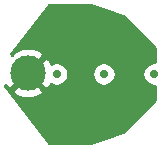
<source format=gbr>
%TF.GenerationSoftware,KiCad,Pcbnew,(5.1.4)-1*%
%TF.CreationDate,2023-02-08T11:14:36+00:00*%
%TF.ProjectId,MountBoard_0.35_0.4,4d6f756e-7442-46f6-9172-645f302e3335,rev?*%
%TF.SameCoordinates,Original*%
%TF.FileFunction,Copper,L2,Bot*%
%TF.FilePolarity,Positive*%
%FSLAX46Y46*%
G04 Gerber Fmt 4.6, Leading zero omitted, Abs format (unit mm)*
G04 Created by KiCad (PCBNEW (5.1.4)-1) date 2023-02-08 11:14:36*
%MOMM*%
%LPD*%
G04 APERTURE LIST*
%TA.AperFunction,ComponentPad*%
%ADD10C,3.000000*%
%TD*%
%TA.AperFunction,ViaPad*%
%ADD11C,0.700000*%
%TD*%
%TA.AperFunction,Conductor*%
%ADD12C,0.254000*%
%TD*%
G04 APERTURE END LIST*
D10*
%TO.P,GND,1*%
%TO.N,GND*%
X-6436360Y76200D03*
%TD*%
D11*
%TO.N,*%
X0Y0D03*
X-4000000Y0D03*
X4250000Y0D03*
%TO.N,GND*%
X3200000Y600000D03*
X1600000Y1200000D03*
X1200000Y3500000D03*
X-400000Y2600000D03*
X-2400000Y5000000D03*
X-3200000Y2200000D03*
X1600000Y-1200000D03*
X-400000Y-2600000D03*
X1200000Y-3500000D03*
X3200000Y-600000D03*
X-2400000Y-5000000D03*
X-3200000Y-2200000D03*
%TD*%
D12*
%TO.N,GND*%
G36*
X1643480Y4923139D02*
G01*
X4340000Y2226619D01*
X4340000Y985000D01*
X4152986Y985000D01*
X3962686Y947147D01*
X3783428Y872896D01*
X3622099Y765099D01*
X3484901Y627901D01*
X3377104Y466572D01*
X3302853Y287314D01*
X3265000Y97014D01*
X3265000Y-97014D01*
X3302853Y-287314D01*
X3377104Y-466572D01*
X3484901Y-627901D01*
X3622099Y-765099D01*
X3783428Y-872896D01*
X3962686Y-947147D01*
X4152986Y-985000D01*
X4340001Y-985000D01*
X4340001Y-2226618D01*
X1643480Y-4923139D01*
X-1107102Y-5840000D01*
X-4671241Y-5840000D01*
X-8010522Y-1415453D01*
X-7748408Y-1415453D01*
X-7592398Y-1731014D01*
X-7217615Y-1921820D01*
X-6812809Y-2035844D01*
X-6393536Y-2068702D01*
X-5975909Y-2019134D01*
X-5575977Y-1889043D01*
X-5280322Y-1731014D01*
X-5124312Y-1415453D01*
X-6436360Y-103405D01*
X-7748408Y-1415453D01*
X-8010522Y-1415453D01*
X-8340000Y-978896D01*
X-8340000Y-899435D01*
X-8243574Y-1079838D01*
X-7928013Y-1235848D01*
X-6615965Y76200D01*
X-6256755Y76200D01*
X-4944707Y-1235848D01*
X-4629146Y-1079838D01*
X-4509266Y-844369D01*
X-4466572Y-872896D01*
X-4287314Y-947147D01*
X-4097014Y-985000D01*
X-3902986Y-985000D01*
X-3712686Y-947147D01*
X-3533428Y-872896D01*
X-3372099Y-765099D01*
X-3234901Y-627901D01*
X-3127104Y-466572D01*
X-3052853Y-287314D01*
X-3015000Y-97014D01*
X-3015000Y97014D01*
X-985000Y97014D01*
X-985000Y-97014D01*
X-947147Y-287314D01*
X-872896Y-466572D01*
X-765099Y-627901D01*
X-627901Y-765099D01*
X-466572Y-872896D01*
X-287314Y-947147D01*
X-97014Y-985000D01*
X97014Y-985000D01*
X287314Y-947147D01*
X466572Y-872896D01*
X627901Y-765099D01*
X765099Y-627901D01*
X872896Y-466572D01*
X947147Y-287314D01*
X985000Y-97014D01*
X985000Y97014D01*
X947147Y287314D01*
X872896Y466572D01*
X765099Y627901D01*
X627901Y765099D01*
X466572Y872896D01*
X287314Y947147D01*
X97014Y985000D01*
X-97014Y985000D01*
X-287314Y947147D01*
X-466572Y872896D01*
X-627901Y765099D01*
X-765099Y627901D01*
X-872896Y466572D01*
X-947147Y287314D01*
X-985000Y97014D01*
X-3015000Y97014D01*
X-3052853Y287314D01*
X-3127104Y466572D01*
X-3234901Y627901D01*
X-3372099Y765099D01*
X-3533428Y872896D01*
X-3712686Y947147D01*
X-3902986Y985000D01*
X-4097014Y985000D01*
X-4287314Y947147D01*
X-4452321Y878799D01*
X-4471117Y936583D01*
X-4629146Y1232238D01*
X-4944707Y1388248D01*
X-6256755Y76200D01*
X-6615965Y76200D01*
X-6630108Y90343D01*
X-6450503Y269948D01*
X-6436360Y255805D01*
X-5124312Y1567853D01*
X-5280322Y1883414D01*
X-5655105Y2074220D01*
X-6059911Y2188244D01*
X-6479184Y2221102D01*
X-6896811Y2171534D01*
X-7296743Y2041443D01*
X-7592398Y1883414D01*
X-7748407Y1567855D01*
X-7832235Y1651683D01*
X-4671241Y5840000D01*
X-1107102Y5840000D01*
X1643480Y4923139D01*
X1643480Y4923139D01*
G37*
X1643480Y4923139D02*
X4340000Y2226619D01*
X4340000Y985000D01*
X4152986Y985000D01*
X3962686Y947147D01*
X3783428Y872896D01*
X3622099Y765099D01*
X3484901Y627901D01*
X3377104Y466572D01*
X3302853Y287314D01*
X3265000Y97014D01*
X3265000Y-97014D01*
X3302853Y-287314D01*
X3377104Y-466572D01*
X3484901Y-627901D01*
X3622099Y-765099D01*
X3783428Y-872896D01*
X3962686Y-947147D01*
X4152986Y-985000D01*
X4340001Y-985000D01*
X4340001Y-2226618D01*
X1643480Y-4923139D01*
X-1107102Y-5840000D01*
X-4671241Y-5840000D01*
X-8010522Y-1415453D01*
X-7748408Y-1415453D01*
X-7592398Y-1731014D01*
X-7217615Y-1921820D01*
X-6812809Y-2035844D01*
X-6393536Y-2068702D01*
X-5975909Y-2019134D01*
X-5575977Y-1889043D01*
X-5280322Y-1731014D01*
X-5124312Y-1415453D01*
X-6436360Y-103405D01*
X-7748408Y-1415453D01*
X-8010522Y-1415453D01*
X-8340000Y-978896D01*
X-8340000Y-899435D01*
X-8243574Y-1079838D01*
X-7928013Y-1235848D01*
X-6615965Y76200D01*
X-6256755Y76200D01*
X-4944707Y-1235848D01*
X-4629146Y-1079838D01*
X-4509266Y-844369D01*
X-4466572Y-872896D01*
X-4287314Y-947147D01*
X-4097014Y-985000D01*
X-3902986Y-985000D01*
X-3712686Y-947147D01*
X-3533428Y-872896D01*
X-3372099Y-765099D01*
X-3234901Y-627901D01*
X-3127104Y-466572D01*
X-3052853Y-287314D01*
X-3015000Y-97014D01*
X-3015000Y97014D01*
X-985000Y97014D01*
X-985000Y-97014D01*
X-947147Y-287314D01*
X-872896Y-466572D01*
X-765099Y-627901D01*
X-627901Y-765099D01*
X-466572Y-872896D01*
X-287314Y-947147D01*
X-97014Y-985000D01*
X97014Y-985000D01*
X287314Y-947147D01*
X466572Y-872896D01*
X627901Y-765099D01*
X765099Y-627901D01*
X872896Y-466572D01*
X947147Y-287314D01*
X985000Y-97014D01*
X985000Y97014D01*
X947147Y287314D01*
X872896Y466572D01*
X765099Y627901D01*
X627901Y765099D01*
X466572Y872896D01*
X287314Y947147D01*
X97014Y985000D01*
X-97014Y985000D01*
X-287314Y947147D01*
X-466572Y872896D01*
X-627901Y765099D01*
X-765099Y627901D01*
X-872896Y466572D01*
X-947147Y287314D01*
X-985000Y97014D01*
X-3015000Y97014D01*
X-3052853Y287314D01*
X-3127104Y466572D01*
X-3234901Y627901D01*
X-3372099Y765099D01*
X-3533428Y872896D01*
X-3712686Y947147D01*
X-3902986Y985000D01*
X-4097014Y985000D01*
X-4287314Y947147D01*
X-4452321Y878799D01*
X-4471117Y936583D01*
X-4629146Y1232238D01*
X-4944707Y1388248D01*
X-6256755Y76200D01*
X-6615965Y76200D01*
X-6630108Y90343D01*
X-6450503Y269948D01*
X-6436360Y255805D01*
X-5124312Y1567853D01*
X-5280322Y1883414D01*
X-5655105Y2074220D01*
X-6059911Y2188244D01*
X-6479184Y2221102D01*
X-6896811Y2171534D01*
X-7296743Y2041443D01*
X-7592398Y1883414D01*
X-7748407Y1567855D01*
X-7832235Y1651683D01*
X-4671241Y5840000D01*
X-1107102Y5840000D01*
X1643480Y4923139D01*
%TD*%
M02*

</source>
